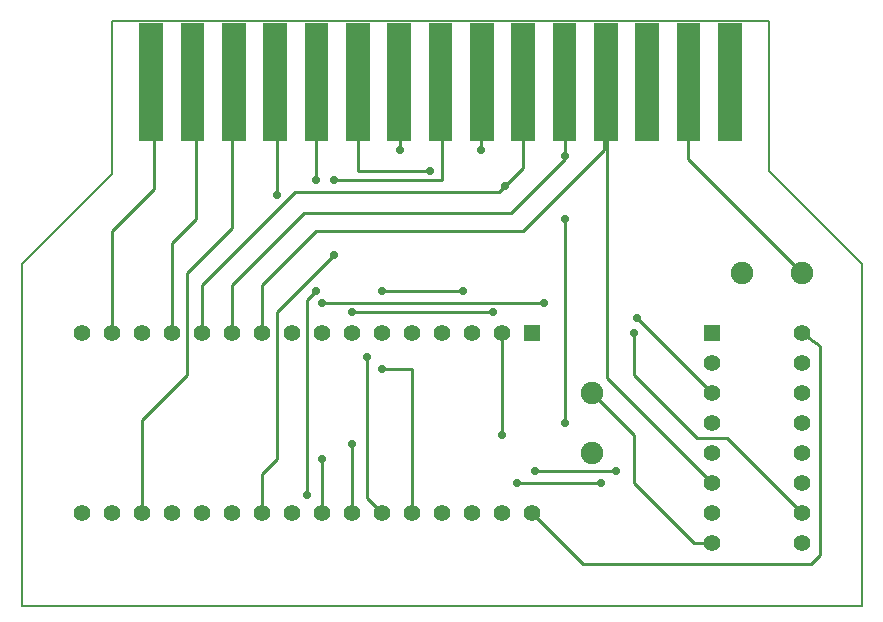
<source format=gbl>
G04 FreePCB version 1.200*
G04 \\DISKSTATION\museum\Computers\RK86\Clones\Apogey BK-01\RomDisk\My\CAM\bottom_copper.grb*
G04 bottom copper layer *
G04 Scale: 100 percent, Rotated: No, Reflected: No *
%FSLAX26Y26*%
%MOIN*%
%LNTop*%
%ADD10C,0.005000*%
%ADD11R,0.055000X0.055000*%
%ADD12C,0.055000*%
%ADD13C,0.075000*%
%ADD14C,0.010000*%
%ADD15C,0.028000*%
G90*
G70D02*

G04 ----------------------- Draw board outline (positive)*
%LPD*%
G54D10*
G01X2310000Y4140000D02*
G01X4490000Y4140000D01*
G04 end of side 1*
G01X4490000Y3640000D01*
G04 end of side 2*
G01X4800000Y3330000D01*
G04 end of side 3*
G01X4800000Y2190000D01*
G04 end of side 4*
G01X2000000Y2190000D01*
G04 end of side 5*
G01X2000000Y3330000D01*
G04 end of side 6*
G01X2300000Y3630000D01*
G04 end of side 7*
G01X2300000Y4140000D01*
G04 end of side 8*
G01X2320000Y4140000D01*
G04 end of side 9*
G01X2310000Y4140000D01*

G04 ----------------------- Draw copper areas (positive)*
%LPD*%

G04 -------------- Draw Parts, Pads, Traces, Vias and Text (positive)*
%LPD*%
G04 Draw part D1*
G54D11*
G01X3700000Y3100000D03*
G54D12*
G01X3600000Y3100000D03*
G01X3500000Y3100000D03*
G01X3400000Y3100000D03*
G01X3300000Y3100000D03*
G01X3200000Y3100000D03*
G01X3100000Y3100000D03*
G01X3000000Y3100000D03*
G01X2900000Y3100000D03*
G01X2800000Y3100000D03*
G01X2700000Y3100000D03*
G01X2600000Y3100000D03*
G01X2500000Y3100000D03*
G01X2400000Y3100000D03*
G01X2300000Y3100000D03*
G01X2200000Y3100000D03*
G01X2200000Y2500000D03*
G01X2300000Y2500000D03*
G01X2400000Y2500000D03*
G01X2500000Y2500000D03*
G01X2600000Y2500000D03*
G01X2700000Y2500000D03*
G01X2800000Y2500000D03*
G01X2900000Y2500000D03*
G01X3000000Y2500000D03*
G01X3100000Y2500000D03*
G01X3200000Y2500000D03*
G01X3300000Y2500000D03*
G01X3400000Y2500000D03*
G01X3500000Y2500000D03*
G01X3600000Y2500000D03*
G01X3700000Y2500000D03*
G04 Draw part B*
G04 Draw part A*
G36*
G01X2391732Y3740157D02*
G01X2391732Y4133858D01*
G01X2470472Y4133858D01*
G01X2470472Y3740157D01*
G01X2391732Y3740157D01*
G37*
G36*
G01X2529527Y3740157D02*
G01X2529527Y4133858D01*
G01X2608267Y4133858D01*
G01X2608267Y3740157D01*
G01X2529527Y3740157D01*
G37*
G36*
G01X2667322Y3740157D02*
G01X2667322Y4133858D01*
G01X2746062Y4133858D01*
G01X2746062Y3740157D01*
G01X2667322Y3740157D01*
G37*
G36*
G01X2805118Y3740157D02*
G01X2805118Y4133858D01*
G01X2883858Y4133858D01*
G01X2883858Y3740157D01*
G01X2805118Y3740157D01*
G37*
G36*
G01X2942913Y3740157D02*
G01X2942913Y4133858D01*
G01X3021653Y4133858D01*
G01X3021653Y3740157D01*
G01X2942913Y3740157D01*
G37*
G36*
G01X3080708Y3740157D02*
G01X3080708Y4133858D01*
G01X3159448Y4133858D01*
G01X3159448Y3740157D01*
G01X3080708Y3740157D01*
G37*
G36*
G01X3218503Y3740157D02*
G01X3218503Y4133858D01*
G01X3297244Y4133858D01*
G01X3297244Y3740157D01*
G01X3218503Y3740157D01*
G37*
G36*
G01X3356299Y3740157D02*
G01X3356299Y4133858D01*
G01X3435039Y4133858D01*
G01X3435039Y3740157D01*
G01X3356299Y3740157D01*
G37*
G36*
G01X3494094Y3740157D02*
G01X3494094Y4133858D01*
G01X3572834Y4133858D01*
G01X3572834Y3740157D01*
G01X3494094Y3740157D01*
G37*
G36*
G01X3631889Y3740157D02*
G01X3631889Y4133858D01*
G01X3710629Y4133858D01*
G01X3710629Y3740157D01*
G01X3631889Y3740157D01*
G37*
G36*
G01X3769685Y3740157D02*
G01X3769685Y4133858D01*
G01X3848425Y4133858D01*
G01X3848425Y3740157D01*
G01X3769685Y3740157D01*
G37*
G36*
G01X3907480Y3740157D02*
G01X3907480Y4133858D01*
G01X3986220Y4133858D01*
G01X3986220Y3740157D01*
G01X3907480Y3740157D01*
G37*
G36*
G01X4045275Y3740157D02*
G01X4045275Y4133858D01*
G01X4124015Y4133858D01*
G01X4124015Y3740157D01*
G01X4045275Y3740157D01*
G37*
G36*
G01X4183070Y3740157D02*
G01X4183070Y4133858D01*
G01X4261811Y4133858D01*
G01X4261811Y3740157D01*
G01X4183070Y3740157D01*
G37*
G36*
G01X4320866Y3740157D02*
G01X4320866Y4133858D01*
G01X4399606Y4133858D01*
G01X4399606Y3740157D01*
G01X4320866Y3740157D01*
G37*
G04 Draw part D2*
G54D11*
G01X4300000Y3100000D03*
G54D12*
G01X4300000Y3000000D03*
G01X4300000Y2900000D03*
G01X4300000Y2800000D03*
G01X4300000Y2700000D03*
G01X4300000Y2600000D03*
G01X4300000Y2500000D03*
G01X4300000Y2400000D03*
G01X4600000Y2400000D03*
G01X4600000Y2500000D03*
G01X4600000Y2600000D03*
G01X4600000Y2700000D03*
G01X4600000Y2800000D03*
G01X4600000Y2900000D03*
G01X4600000Y3000000D03*
G01X4600000Y3100000D03*
G04 Draw part C1*
G54D13*
G01X4400000Y3300000D03*
G01X4600000Y3300000D03*
G04 Draw part C2*
G01X3900000Y2900000D03*
G01X3900000Y2700000D03*

G04 Draw traces*
G54D14*
G01X2982283Y3937007D02*
G01X2980000Y3610000D01*
G54D15*
G01X2980000Y3610000D03*
G01X2980000Y3240000D03*
G54D14*
G01X2980000Y3240000D02*
G01X2950000Y3210000D01*
G01X2950000Y3210000D02*
G01X2950000Y2960000D01*
G01X2950000Y2960000D02*
G01X2950000Y2560000D01*
G54D15*
G01X2950000Y2560000D03*
G54D14*
G01X3671259Y3937007D02*
G01X3670000Y3810000D01*
G01X3670000Y3810000D02*
G01X3670000Y3650000D01*
G01X3670000Y3650000D02*
G01X3650000Y3630000D01*
G01X3650000Y3630000D02*
G01X3610000Y3590000D01*
G01X3610000Y3590000D02*
G01X3610000Y3590000D01*
G01X3610000Y3590000D02*
G01X3610000Y3590000D01*
G54D15*
G01X3610000Y3590000D03*
G01X4050000Y3150000D03*
G54D14*
G01X4050000Y3150000D02*
G01X4300000Y2900000D01*
G01X3671259Y3937007D02*
G01X3670000Y3780000D01*
G01X3670000Y3780000D02*
G01X3670000Y3650000D01*
G01X3670000Y3650000D02*
G01X3590000Y3570000D01*
G01X3590000Y3570000D02*
G01X2910000Y3570000D01*
G01X2910000Y3570000D02*
G01X2600000Y3260000D01*
G01X2600000Y3260000D02*
G01X2600000Y3100000D01*
G01X3600000Y3100000D02*
G01X3600000Y2760000D01*
G54D15*
G01X3600000Y2760000D03*
G01X3650000Y2600000D03*
G54D14*
G01X3650000Y2600000D02*
G01X3930000Y2600000D01*
G54D15*
G01X3930000Y2600000D03*
G54D14*
G01X3809055Y3937007D02*
G01X3810000Y3790000D01*
G01X3810000Y3790000D02*
G01X3810000Y3690000D01*
G54D15*
G01X3810000Y3690000D03*
G01X3810000Y3480000D03*
G54D14*
G01X3810000Y3480000D02*
G01X3810000Y2800000D01*
G54D15*
G01X3810000Y2800000D03*
G54D14*
G01X2700000Y3100000D02*
G01X2700000Y3260000D01*
G01X2700000Y3260000D02*
G01X2940000Y3500000D01*
G01X2940000Y3500000D02*
G01X3590000Y3500000D01*
G01X3590000Y3500000D02*
G01X3630000Y3500000D01*
G01X3630000Y3500000D02*
G01X3810000Y3680000D01*
G01X3810000Y3680000D02*
G01X3810000Y3720000D01*
G01X3810000Y3720000D02*
G01X3810000Y3780000D01*
G01X3810000Y3780000D02*
G01X3809055Y3937007D01*
G01X4600000Y3300000D02*
G01X4220000Y3680000D01*
G01X4220000Y3680000D02*
G01X4220000Y3800000D01*
G01X4220000Y3800000D02*
G01X4222440Y3937007D01*
G01X4600000Y3100000D02*
G01X4660664Y3057938D01*
G01X4660664Y3057938D02*
G01X4660000Y2360000D01*
G01X4660000Y2360000D02*
G01X4630000Y2330000D01*
G01X4630000Y2330000D02*
G01X3880000Y2330000D01*
G01X3880000Y2330000D02*
G01X3870000Y2330000D01*
G01X3870000Y2330000D02*
G01X3700000Y2500000D01*
G01X2706692Y3937007D02*
G01X2700000Y3790000D01*
G01X2700000Y3790000D02*
G01X2700000Y3450000D01*
G01X2700000Y3450000D02*
G01X2550000Y3300000D01*
G01X2550000Y3300000D02*
G01X2550000Y2960000D01*
G01X2550000Y2960000D02*
G01X2400000Y2810000D01*
G01X2400000Y2810000D02*
G01X2400000Y2500000D01*
G01X3946850Y3937007D02*
G01X3950000Y3760000D01*
G01X3950000Y3760000D02*
G01X3950000Y2950000D01*
G01X3950000Y2950000D02*
G01X4300000Y2600000D01*
G01X3946850Y3937007D02*
G01X3940000Y3790000D01*
G01X3940000Y3790000D02*
G01X3940000Y3710000D01*
G01X3940000Y3710000D02*
G01X3670000Y3440000D01*
G01X3670000Y3440000D02*
G01X3590000Y3440000D01*
G01X3590000Y3440000D02*
G01X2980000Y3440000D01*
G01X2980000Y3440000D02*
G01X2800000Y3260000D01*
G01X2800000Y3260000D02*
G01X2800000Y3100000D01*
G54D15*
G01X4040000Y3100000D03*
G54D14*
G01X4040000Y3100000D02*
G01X4040000Y2960000D01*
G01X4040000Y2960000D02*
G01X4250000Y2750000D01*
G01X4250000Y2750000D02*
G01X4350000Y2750000D01*
G01X4350000Y2750000D02*
G01X4600000Y2500000D01*
G54D15*
G01X3980000Y2640000D03*
G54D14*
G01X3980000Y2640000D02*
G01X3710000Y2640000D01*
G54D15*
G01X3710000Y2640000D03*
G01X3740000Y3200000D03*
G54D14*
G01X3740000Y3200000D02*
G01X3000000Y3200000D01*
G54D15*
G01X3000000Y3200000D03*
G54D14*
G01X2844488Y3937007D02*
G01X2850000Y3780000D01*
G01X2850000Y3780000D02*
G01X2850000Y3560000D01*
G54D15*
G01X2850000Y3560000D03*
G01X3570000Y3170000D03*
G54D14*
G01X3570000Y3170000D02*
G01X3100000Y3170000D01*
G54D15*
G01X3100000Y3170000D03*
G01X3470000Y3240000D03*
G54D14*
G01X3470000Y3240000D02*
G01X3200000Y3240000D01*
G54D15*
G01X3200000Y3240000D03*
G01X3150000Y3020000D03*
G54D14*
G01X3150000Y3020000D02*
G01X3150000Y2550000D01*
G01X3150000Y2550000D02*
G01X3200000Y2500000D01*
G01X3257874Y3937007D02*
G01X3260000Y3780000D01*
G01X3260000Y3780000D02*
G01X3260000Y3710000D01*
G54D15*
G01X3260000Y3710000D03*
G01X3100000Y2730000D03*
G54D14*
G01X3100000Y2730000D02*
G01X3100000Y2500000D01*
G01X3900000Y2900000D02*
G01X3910000Y2890000D01*
G01X3910000Y2890000D02*
G01X4040000Y2760000D01*
G01X4040000Y2760000D02*
G01X4040000Y2600000D01*
G01X4040000Y2600000D02*
G01X4240000Y2400000D01*
G01X4240000Y2400000D02*
G01X4300000Y2400000D01*
G01X3395669Y3937007D02*
G01X3400000Y3770000D01*
G01X3400000Y3770000D02*
G01X3400000Y3610000D01*
G01X3400000Y3610000D02*
G01X3040000Y3610000D01*
G54D15*
G01X3040000Y3610000D03*
G01X3040000Y3360000D03*
G54D14*
G01X3040000Y3360000D02*
G01X2850000Y3170000D01*
G01X2850000Y3170000D02*
G01X2850000Y2680000D01*
G01X2850000Y2680000D02*
G01X2800000Y2630000D01*
G01X2800000Y2630000D02*
G01X2800000Y2500000D01*
G01X3533464Y3937007D02*
G01X3530000Y3760000D01*
G01X3530000Y3760000D02*
G01X3530000Y3710000D01*
G54D15*
G01X3530000Y3710000D03*
G01X3000000Y2680000D03*
G54D14*
G01X3000000Y2680000D02*
G01X3000000Y2500000D01*
G01X2568897Y3937007D02*
G01X2580000Y3760000D01*
G01X2580000Y3760000D02*
G01X2580000Y3480000D01*
G01X2580000Y3480000D02*
G01X2500000Y3400000D01*
G01X2500000Y3400000D02*
G01X2500000Y3100000D01*
G01X3120078Y3937007D02*
G01X3120000Y3800000D01*
G01X3120000Y3800000D02*
G01X3120000Y3640000D01*
G01X3120000Y3640000D02*
G01X3360000Y3640000D01*
G54D15*
G01X3360000Y3640000D03*
G01X3200000Y2980000D03*
G54D14*
G01X3200000Y2980000D02*
G01X3300000Y2980000D01*
G01X3300000Y2980000D02*
G01X3300000Y2510000D01*
G01X3300000Y2510000D02*
G01X3300000Y2500000D01*
G01X2431102Y3937007D02*
G01X2440000Y3760000D01*
G01X2440000Y3760000D02*
G01X2440000Y3580000D01*
G01X2440000Y3580000D02*
G01X2300000Y3440000D01*
G01X2300000Y3440000D02*
G01X2300000Y3100000D01*

G04 Draw Text*
M00*
M02*

</source>
